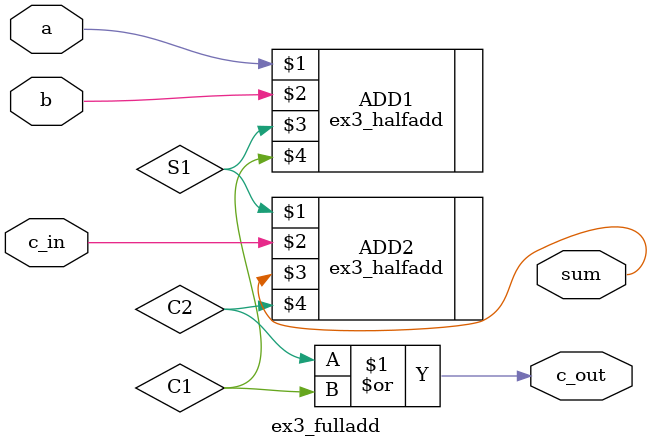
<source format=v>
`timescale 1ns / 1ps

module ex3_fulladd(a,b,c_in,c_out,sum );
input a,b,c_in;
output c_out,sum;
wire S1,C1,C2;
ex3_halfadd ADD1(a,b,S1,C1);
ex3_halfadd ADD2(S1,c_in,sum,C2);
or (c_out,C2,C1);
endmodule

</source>
